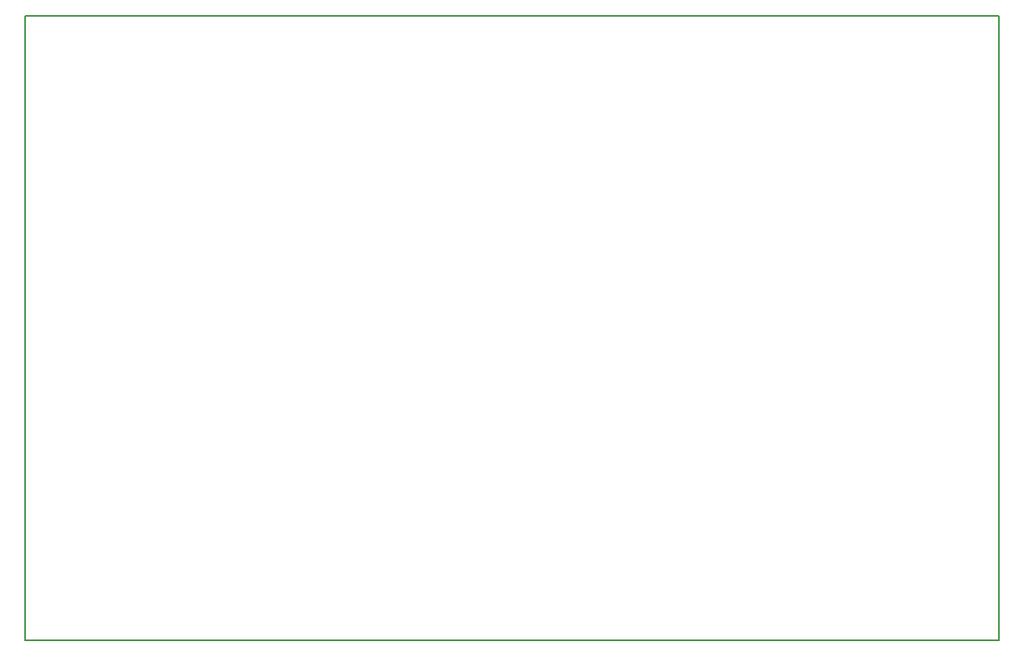
<source format=gbr>
G04 #@! TF.GenerationSoftware,KiCad,Pcbnew,7.0.9*
G04 #@! TF.CreationDate,2024-01-09T09:24:08+01:00*
G04 #@! TF.ProjectId,ltl,6c746c2e-6b69-4636-9164-5f7063625858,rev?*
G04 #@! TF.SameCoordinates,Original*
G04 #@! TF.FileFunction,Profile,NP*
%FSLAX46Y46*%
G04 Gerber Fmt 4.6, Leading zero omitted, Abs format (unit mm)*
G04 Created by KiCad (PCBNEW 7.0.9) date 2024-01-09 09:24:08*
%MOMM*%
%LPD*%
G01*
G04 APERTURE LIST*
G04 #@! TA.AperFunction,Profile*
%ADD10C,0.150000*%
G04 #@! TD*
G04 APERTURE END LIST*
D10*
X76200000Y-131318000D02*
X76200000Y-68072000D01*
X174752000Y-131318000D02*
X174752000Y-68072000D01*
X174752000Y-68072000D02*
X76200000Y-68072000D01*
X76200000Y-131318000D02*
X174752000Y-131318000D01*
M02*

</source>
